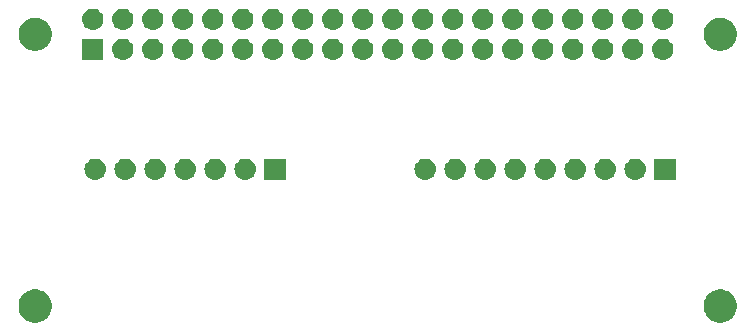
<source format=gts>
G04 #@! TF.GenerationSoftware,KiCad,Pcbnew,(5.1.2-1)-1*
G04 #@! TF.CreationDate,2019-10-23T09:51:25+02:00*
G04 #@! TF.ProjectId,rpiz_pi_platter,7270697a-5f70-4695-9f70-6c6174746572,1.0*
G04 #@! TF.SameCoordinates,Original*
G04 #@! TF.FileFunction,Soldermask,Top*
G04 #@! TF.FilePolarity,Negative*
%FSLAX46Y46*%
G04 Gerber Fmt 4.6, Leading zero omitted, Abs format (unit mm)*
G04 Created by KiCad (PCBNEW (5.1.2-1)-1) date 2019-10-23 09:51:25*
%MOMM*%
%LPD*%
G04 APERTURE LIST*
%ADD10C,0.100000*%
G04 APERTURE END LIST*
D10*
G36*
X179350433Y-116202893D02*
G01*
X179440657Y-116220839D01*
X179546267Y-116264585D01*
X179695621Y-116326449D01*
X179695622Y-116326450D01*
X179925086Y-116479772D01*
X180120228Y-116674914D01*
X180222675Y-116828237D01*
X180273551Y-116904379D01*
X180379161Y-117159344D01*
X180433000Y-117430012D01*
X180433000Y-117705988D01*
X180379161Y-117976656D01*
X180273551Y-118231621D01*
X180273550Y-118231622D01*
X180120228Y-118461086D01*
X179925086Y-118656228D01*
X179771763Y-118758675D01*
X179695621Y-118809551D01*
X179546267Y-118871415D01*
X179440657Y-118915161D01*
X179350433Y-118933107D01*
X179169988Y-118969000D01*
X178894012Y-118969000D01*
X178713567Y-118933107D01*
X178623343Y-118915161D01*
X178517733Y-118871415D01*
X178368379Y-118809551D01*
X178292237Y-118758675D01*
X178138914Y-118656228D01*
X177943772Y-118461086D01*
X177790450Y-118231622D01*
X177790449Y-118231621D01*
X177684839Y-117976656D01*
X177631000Y-117705988D01*
X177631000Y-117430012D01*
X177684839Y-117159344D01*
X177790449Y-116904379D01*
X177841325Y-116828237D01*
X177943772Y-116674914D01*
X178138914Y-116479772D01*
X178368378Y-116326450D01*
X178368379Y-116326449D01*
X178517733Y-116264585D01*
X178623343Y-116220839D01*
X178713567Y-116202893D01*
X178894012Y-116167000D01*
X179169988Y-116167000D01*
X179350433Y-116202893D01*
X179350433Y-116202893D01*
G37*
G36*
X121350433Y-116202893D02*
G01*
X121440657Y-116220839D01*
X121546267Y-116264585D01*
X121695621Y-116326449D01*
X121695622Y-116326450D01*
X121925086Y-116479772D01*
X122120228Y-116674914D01*
X122222675Y-116828237D01*
X122273551Y-116904379D01*
X122379161Y-117159344D01*
X122433000Y-117430012D01*
X122433000Y-117705988D01*
X122379161Y-117976656D01*
X122273551Y-118231621D01*
X122273550Y-118231622D01*
X122120228Y-118461086D01*
X121925086Y-118656228D01*
X121771763Y-118758675D01*
X121695621Y-118809551D01*
X121546267Y-118871415D01*
X121440657Y-118915161D01*
X121350433Y-118933107D01*
X121169988Y-118969000D01*
X120894012Y-118969000D01*
X120713567Y-118933107D01*
X120623343Y-118915161D01*
X120517733Y-118871415D01*
X120368379Y-118809551D01*
X120292237Y-118758675D01*
X120138914Y-118656228D01*
X119943772Y-118461086D01*
X119790450Y-118231622D01*
X119790449Y-118231621D01*
X119684839Y-117976656D01*
X119631000Y-117705988D01*
X119631000Y-117430012D01*
X119684839Y-117159344D01*
X119790449Y-116904379D01*
X119841325Y-116828237D01*
X119943772Y-116674914D01*
X120138914Y-116479772D01*
X120368378Y-116326450D01*
X120368379Y-116326449D01*
X120517733Y-116264585D01*
X120623343Y-116220839D01*
X120713567Y-116202893D01*
X120894012Y-116167000D01*
X121169988Y-116167000D01*
X121350433Y-116202893D01*
X121350433Y-116202893D01*
G37*
G36*
X169402443Y-105103519D02*
G01*
X169468627Y-105110037D01*
X169638466Y-105161557D01*
X169794991Y-105245222D01*
X169830729Y-105274552D01*
X169932186Y-105357814D01*
X170015448Y-105459271D01*
X170044778Y-105495009D01*
X170128443Y-105651534D01*
X170179963Y-105821373D01*
X170197359Y-105998000D01*
X170179963Y-106174627D01*
X170128443Y-106344466D01*
X170044778Y-106500991D01*
X170015448Y-106536729D01*
X169932186Y-106638186D01*
X169830729Y-106721448D01*
X169794991Y-106750778D01*
X169638466Y-106834443D01*
X169468627Y-106885963D01*
X169402442Y-106892482D01*
X169336260Y-106899000D01*
X169247740Y-106899000D01*
X169181558Y-106892482D01*
X169115373Y-106885963D01*
X168945534Y-106834443D01*
X168789009Y-106750778D01*
X168753271Y-106721448D01*
X168651814Y-106638186D01*
X168568552Y-106536729D01*
X168539222Y-106500991D01*
X168455557Y-106344466D01*
X168404037Y-106174627D01*
X168386641Y-105998000D01*
X168404037Y-105821373D01*
X168455557Y-105651534D01*
X168539222Y-105495009D01*
X168568552Y-105459271D01*
X168651814Y-105357814D01*
X168753271Y-105274552D01*
X168789009Y-105245222D01*
X168945534Y-105161557D01*
X169115373Y-105110037D01*
X169181558Y-105103518D01*
X169247740Y-105097000D01*
X169336260Y-105097000D01*
X169402443Y-105103519D01*
X169402443Y-105103519D01*
G37*
G36*
X166862443Y-105103519D02*
G01*
X166928627Y-105110037D01*
X167098466Y-105161557D01*
X167254991Y-105245222D01*
X167290729Y-105274552D01*
X167392186Y-105357814D01*
X167475448Y-105459271D01*
X167504778Y-105495009D01*
X167588443Y-105651534D01*
X167639963Y-105821373D01*
X167657359Y-105998000D01*
X167639963Y-106174627D01*
X167588443Y-106344466D01*
X167504778Y-106500991D01*
X167475448Y-106536729D01*
X167392186Y-106638186D01*
X167290729Y-106721448D01*
X167254991Y-106750778D01*
X167098466Y-106834443D01*
X166928627Y-106885963D01*
X166862442Y-106892482D01*
X166796260Y-106899000D01*
X166707740Y-106899000D01*
X166641558Y-106892482D01*
X166575373Y-106885963D01*
X166405534Y-106834443D01*
X166249009Y-106750778D01*
X166213271Y-106721448D01*
X166111814Y-106638186D01*
X166028552Y-106536729D01*
X165999222Y-106500991D01*
X165915557Y-106344466D01*
X165864037Y-106174627D01*
X165846641Y-105998000D01*
X165864037Y-105821373D01*
X165915557Y-105651534D01*
X165999222Y-105495009D01*
X166028552Y-105459271D01*
X166111814Y-105357814D01*
X166213271Y-105274552D01*
X166249009Y-105245222D01*
X166405534Y-105161557D01*
X166575373Y-105110037D01*
X166641558Y-105103518D01*
X166707740Y-105097000D01*
X166796260Y-105097000D01*
X166862443Y-105103519D01*
X166862443Y-105103519D01*
G37*
G36*
X164322443Y-105103519D02*
G01*
X164388627Y-105110037D01*
X164558466Y-105161557D01*
X164714991Y-105245222D01*
X164750729Y-105274552D01*
X164852186Y-105357814D01*
X164935448Y-105459271D01*
X164964778Y-105495009D01*
X165048443Y-105651534D01*
X165099963Y-105821373D01*
X165117359Y-105998000D01*
X165099963Y-106174627D01*
X165048443Y-106344466D01*
X164964778Y-106500991D01*
X164935448Y-106536729D01*
X164852186Y-106638186D01*
X164750729Y-106721448D01*
X164714991Y-106750778D01*
X164558466Y-106834443D01*
X164388627Y-106885963D01*
X164322442Y-106892482D01*
X164256260Y-106899000D01*
X164167740Y-106899000D01*
X164101558Y-106892482D01*
X164035373Y-106885963D01*
X163865534Y-106834443D01*
X163709009Y-106750778D01*
X163673271Y-106721448D01*
X163571814Y-106638186D01*
X163488552Y-106536729D01*
X163459222Y-106500991D01*
X163375557Y-106344466D01*
X163324037Y-106174627D01*
X163306641Y-105998000D01*
X163324037Y-105821373D01*
X163375557Y-105651534D01*
X163459222Y-105495009D01*
X163488552Y-105459271D01*
X163571814Y-105357814D01*
X163673271Y-105274552D01*
X163709009Y-105245222D01*
X163865534Y-105161557D01*
X164035373Y-105110037D01*
X164101558Y-105103518D01*
X164167740Y-105097000D01*
X164256260Y-105097000D01*
X164322443Y-105103519D01*
X164322443Y-105103519D01*
G37*
G36*
X161782443Y-105103519D02*
G01*
X161848627Y-105110037D01*
X162018466Y-105161557D01*
X162174991Y-105245222D01*
X162210729Y-105274552D01*
X162312186Y-105357814D01*
X162395448Y-105459271D01*
X162424778Y-105495009D01*
X162508443Y-105651534D01*
X162559963Y-105821373D01*
X162577359Y-105998000D01*
X162559963Y-106174627D01*
X162508443Y-106344466D01*
X162424778Y-106500991D01*
X162395448Y-106536729D01*
X162312186Y-106638186D01*
X162210729Y-106721448D01*
X162174991Y-106750778D01*
X162018466Y-106834443D01*
X161848627Y-106885963D01*
X161782442Y-106892482D01*
X161716260Y-106899000D01*
X161627740Y-106899000D01*
X161561558Y-106892482D01*
X161495373Y-106885963D01*
X161325534Y-106834443D01*
X161169009Y-106750778D01*
X161133271Y-106721448D01*
X161031814Y-106638186D01*
X160948552Y-106536729D01*
X160919222Y-106500991D01*
X160835557Y-106344466D01*
X160784037Y-106174627D01*
X160766641Y-105998000D01*
X160784037Y-105821373D01*
X160835557Y-105651534D01*
X160919222Y-105495009D01*
X160948552Y-105459271D01*
X161031814Y-105357814D01*
X161133271Y-105274552D01*
X161169009Y-105245222D01*
X161325534Y-105161557D01*
X161495373Y-105110037D01*
X161561558Y-105103518D01*
X161627740Y-105097000D01*
X161716260Y-105097000D01*
X161782443Y-105103519D01*
X161782443Y-105103519D01*
G37*
G36*
X159242443Y-105103519D02*
G01*
X159308627Y-105110037D01*
X159478466Y-105161557D01*
X159634991Y-105245222D01*
X159670729Y-105274552D01*
X159772186Y-105357814D01*
X159855448Y-105459271D01*
X159884778Y-105495009D01*
X159968443Y-105651534D01*
X160019963Y-105821373D01*
X160037359Y-105998000D01*
X160019963Y-106174627D01*
X159968443Y-106344466D01*
X159884778Y-106500991D01*
X159855448Y-106536729D01*
X159772186Y-106638186D01*
X159670729Y-106721448D01*
X159634991Y-106750778D01*
X159478466Y-106834443D01*
X159308627Y-106885963D01*
X159242442Y-106892482D01*
X159176260Y-106899000D01*
X159087740Y-106899000D01*
X159021558Y-106892482D01*
X158955373Y-106885963D01*
X158785534Y-106834443D01*
X158629009Y-106750778D01*
X158593271Y-106721448D01*
X158491814Y-106638186D01*
X158408552Y-106536729D01*
X158379222Y-106500991D01*
X158295557Y-106344466D01*
X158244037Y-106174627D01*
X158226641Y-105998000D01*
X158244037Y-105821373D01*
X158295557Y-105651534D01*
X158379222Y-105495009D01*
X158408552Y-105459271D01*
X158491814Y-105357814D01*
X158593271Y-105274552D01*
X158629009Y-105245222D01*
X158785534Y-105161557D01*
X158955373Y-105110037D01*
X159021558Y-105103518D01*
X159087740Y-105097000D01*
X159176260Y-105097000D01*
X159242443Y-105103519D01*
X159242443Y-105103519D01*
G37*
G36*
X156702443Y-105103519D02*
G01*
X156768627Y-105110037D01*
X156938466Y-105161557D01*
X157094991Y-105245222D01*
X157130729Y-105274552D01*
X157232186Y-105357814D01*
X157315448Y-105459271D01*
X157344778Y-105495009D01*
X157428443Y-105651534D01*
X157479963Y-105821373D01*
X157497359Y-105998000D01*
X157479963Y-106174627D01*
X157428443Y-106344466D01*
X157344778Y-106500991D01*
X157315448Y-106536729D01*
X157232186Y-106638186D01*
X157130729Y-106721448D01*
X157094991Y-106750778D01*
X156938466Y-106834443D01*
X156768627Y-106885963D01*
X156702442Y-106892482D01*
X156636260Y-106899000D01*
X156547740Y-106899000D01*
X156481558Y-106892482D01*
X156415373Y-106885963D01*
X156245534Y-106834443D01*
X156089009Y-106750778D01*
X156053271Y-106721448D01*
X155951814Y-106638186D01*
X155868552Y-106536729D01*
X155839222Y-106500991D01*
X155755557Y-106344466D01*
X155704037Y-106174627D01*
X155686641Y-105998000D01*
X155704037Y-105821373D01*
X155755557Y-105651534D01*
X155839222Y-105495009D01*
X155868552Y-105459271D01*
X155951814Y-105357814D01*
X156053271Y-105274552D01*
X156089009Y-105245222D01*
X156245534Y-105161557D01*
X156415373Y-105110037D01*
X156481558Y-105103518D01*
X156547740Y-105097000D01*
X156636260Y-105097000D01*
X156702443Y-105103519D01*
X156702443Y-105103519D01*
G37*
G36*
X154162443Y-105103519D02*
G01*
X154228627Y-105110037D01*
X154398466Y-105161557D01*
X154554991Y-105245222D01*
X154590729Y-105274552D01*
X154692186Y-105357814D01*
X154775448Y-105459271D01*
X154804778Y-105495009D01*
X154888443Y-105651534D01*
X154939963Y-105821373D01*
X154957359Y-105998000D01*
X154939963Y-106174627D01*
X154888443Y-106344466D01*
X154804778Y-106500991D01*
X154775448Y-106536729D01*
X154692186Y-106638186D01*
X154590729Y-106721448D01*
X154554991Y-106750778D01*
X154398466Y-106834443D01*
X154228627Y-106885963D01*
X154162442Y-106892482D01*
X154096260Y-106899000D01*
X154007740Y-106899000D01*
X153941558Y-106892482D01*
X153875373Y-106885963D01*
X153705534Y-106834443D01*
X153549009Y-106750778D01*
X153513271Y-106721448D01*
X153411814Y-106638186D01*
X153328552Y-106536729D01*
X153299222Y-106500991D01*
X153215557Y-106344466D01*
X153164037Y-106174627D01*
X153146641Y-105998000D01*
X153164037Y-105821373D01*
X153215557Y-105651534D01*
X153299222Y-105495009D01*
X153328552Y-105459271D01*
X153411814Y-105357814D01*
X153513271Y-105274552D01*
X153549009Y-105245222D01*
X153705534Y-105161557D01*
X153875373Y-105110037D01*
X153941558Y-105103518D01*
X154007740Y-105097000D01*
X154096260Y-105097000D01*
X154162443Y-105103519D01*
X154162443Y-105103519D01*
G37*
G36*
X142253000Y-106899000D02*
G01*
X140451000Y-106899000D01*
X140451000Y-105097000D01*
X142253000Y-105097000D01*
X142253000Y-106899000D01*
X142253000Y-106899000D01*
G37*
G36*
X138922443Y-105103519D02*
G01*
X138988627Y-105110037D01*
X139158466Y-105161557D01*
X139314991Y-105245222D01*
X139350729Y-105274552D01*
X139452186Y-105357814D01*
X139535448Y-105459271D01*
X139564778Y-105495009D01*
X139648443Y-105651534D01*
X139699963Y-105821373D01*
X139717359Y-105998000D01*
X139699963Y-106174627D01*
X139648443Y-106344466D01*
X139564778Y-106500991D01*
X139535448Y-106536729D01*
X139452186Y-106638186D01*
X139350729Y-106721448D01*
X139314991Y-106750778D01*
X139158466Y-106834443D01*
X138988627Y-106885963D01*
X138922442Y-106892482D01*
X138856260Y-106899000D01*
X138767740Y-106899000D01*
X138701558Y-106892482D01*
X138635373Y-106885963D01*
X138465534Y-106834443D01*
X138309009Y-106750778D01*
X138273271Y-106721448D01*
X138171814Y-106638186D01*
X138088552Y-106536729D01*
X138059222Y-106500991D01*
X137975557Y-106344466D01*
X137924037Y-106174627D01*
X137906641Y-105998000D01*
X137924037Y-105821373D01*
X137975557Y-105651534D01*
X138059222Y-105495009D01*
X138088552Y-105459271D01*
X138171814Y-105357814D01*
X138273271Y-105274552D01*
X138309009Y-105245222D01*
X138465534Y-105161557D01*
X138635373Y-105110037D01*
X138701558Y-105103518D01*
X138767740Y-105097000D01*
X138856260Y-105097000D01*
X138922443Y-105103519D01*
X138922443Y-105103519D01*
G37*
G36*
X136382443Y-105103519D02*
G01*
X136448627Y-105110037D01*
X136618466Y-105161557D01*
X136774991Y-105245222D01*
X136810729Y-105274552D01*
X136912186Y-105357814D01*
X136995448Y-105459271D01*
X137024778Y-105495009D01*
X137108443Y-105651534D01*
X137159963Y-105821373D01*
X137177359Y-105998000D01*
X137159963Y-106174627D01*
X137108443Y-106344466D01*
X137024778Y-106500991D01*
X136995448Y-106536729D01*
X136912186Y-106638186D01*
X136810729Y-106721448D01*
X136774991Y-106750778D01*
X136618466Y-106834443D01*
X136448627Y-106885963D01*
X136382442Y-106892482D01*
X136316260Y-106899000D01*
X136227740Y-106899000D01*
X136161558Y-106892482D01*
X136095373Y-106885963D01*
X135925534Y-106834443D01*
X135769009Y-106750778D01*
X135733271Y-106721448D01*
X135631814Y-106638186D01*
X135548552Y-106536729D01*
X135519222Y-106500991D01*
X135435557Y-106344466D01*
X135384037Y-106174627D01*
X135366641Y-105998000D01*
X135384037Y-105821373D01*
X135435557Y-105651534D01*
X135519222Y-105495009D01*
X135548552Y-105459271D01*
X135631814Y-105357814D01*
X135733271Y-105274552D01*
X135769009Y-105245222D01*
X135925534Y-105161557D01*
X136095373Y-105110037D01*
X136161558Y-105103518D01*
X136227740Y-105097000D01*
X136316260Y-105097000D01*
X136382443Y-105103519D01*
X136382443Y-105103519D01*
G37*
G36*
X133842443Y-105103519D02*
G01*
X133908627Y-105110037D01*
X134078466Y-105161557D01*
X134234991Y-105245222D01*
X134270729Y-105274552D01*
X134372186Y-105357814D01*
X134455448Y-105459271D01*
X134484778Y-105495009D01*
X134568443Y-105651534D01*
X134619963Y-105821373D01*
X134637359Y-105998000D01*
X134619963Y-106174627D01*
X134568443Y-106344466D01*
X134484778Y-106500991D01*
X134455448Y-106536729D01*
X134372186Y-106638186D01*
X134270729Y-106721448D01*
X134234991Y-106750778D01*
X134078466Y-106834443D01*
X133908627Y-106885963D01*
X133842442Y-106892482D01*
X133776260Y-106899000D01*
X133687740Y-106899000D01*
X133621558Y-106892482D01*
X133555373Y-106885963D01*
X133385534Y-106834443D01*
X133229009Y-106750778D01*
X133193271Y-106721448D01*
X133091814Y-106638186D01*
X133008552Y-106536729D01*
X132979222Y-106500991D01*
X132895557Y-106344466D01*
X132844037Y-106174627D01*
X132826641Y-105998000D01*
X132844037Y-105821373D01*
X132895557Y-105651534D01*
X132979222Y-105495009D01*
X133008552Y-105459271D01*
X133091814Y-105357814D01*
X133193271Y-105274552D01*
X133229009Y-105245222D01*
X133385534Y-105161557D01*
X133555373Y-105110037D01*
X133621558Y-105103518D01*
X133687740Y-105097000D01*
X133776260Y-105097000D01*
X133842443Y-105103519D01*
X133842443Y-105103519D01*
G37*
G36*
X131302443Y-105103519D02*
G01*
X131368627Y-105110037D01*
X131538466Y-105161557D01*
X131694991Y-105245222D01*
X131730729Y-105274552D01*
X131832186Y-105357814D01*
X131915448Y-105459271D01*
X131944778Y-105495009D01*
X132028443Y-105651534D01*
X132079963Y-105821373D01*
X132097359Y-105998000D01*
X132079963Y-106174627D01*
X132028443Y-106344466D01*
X131944778Y-106500991D01*
X131915448Y-106536729D01*
X131832186Y-106638186D01*
X131730729Y-106721448D01*
X131694991Y-106750778D01*
X131538466Y-106834443D01*
X131368627Y-106885963D01*
X131302442Y-106892482D01*
X131236260Y-106899000D01*
X131147740Y-106899000D01*
X131081558Y-106892482D01*
X131015373Y-106885963D01*
X130845534Y-106834443D01*
X130689009Y-106750778D01*
X130653271Y-106721448D01*
X130551814Y-106638186D01*
X130468552Y-106536729D01*
X130439222Y-106500991D01*
X130355557Y-106344466D01*
X130304037Y-106174627D01*
X130286641Y-105998000D01*
X130304037Y-105821373D01*
X130355557Y-105651534D01*
X130439222Y-105495009D01*
X130468552Y-105459271D01*
X130551814Y-105357814D01*
X130653271Y-105274552D01*
X130689009Y-105245222D01*
X130845534Y-105161557D01*
X131015373Y-105110037D01*
X131081558Y-105103518D01*
X131147740Y-105097000D01*
X131236260Y-105097000D01*
X131302443Y-105103519D01*
X131302443Y-105103519D01*
G37*
G36*
X128762443Y-105103519D02*
G01*
X128828627Y-105110037D01*
X128998466Y-105161557D01*
X129154991Y-105245222D01*
X129190729Y-105274552D01*
X129292186Y-105357814D01*
X129375448Y-105459271D01*
X129404778Y-105495009D01*
X129488443Y-105651534D01*
X129539963Y-105821373D01*
X129557359Y-105998000D01*
X129539963Y-106174627D01*
X129488443Y-106344466D01*
X129404778Y-106500991D01*
X129375448Y-106536729D01*
X129292186Y-106638186D01*
X129190729Y-106721448D01*
X129154991Y-106750778D01*
X128998466Y-106834443D01*
X128828627Y-106885963D01*
X128762442Y-106892482D01*
X128696260Y-106899000D01*
X128607740Y-106899000D01*
X128541558Y-106892482D01*
X128475373Y-106885963D01*
X128305534Y-106834443D01*
X128149009Y-106750778D01*
X128113271Y-106721448D01*
X128011814Y-106638186D01*
X127928552Y-106536729D01*
X127899222Y-106500991D01*
X127815557Y-106344466D01*
X127764037Y-106174627D01*
X127746641Y-105998000D01*
X127764037Y-105821373D01*
X127815557Y-105651534D01*
X127899222Y-105495009D01*
X127928552Y-105459271D01*
X128011814Y-105357814D01*
X128113271Y-105274552D01*
X128149009Y-105245222D01*
X128305534Y-105161557D01*
X128475373Y-105110037D01*
X128541558Y-105103518D01*
X128607740Y-105097000D01*
X128696260Y-105097000D01*
X128762443Y-105103519D01*
X128762443Y-105103519D01*
G37*
G36*
X126222443Y-105103519D02*
G01*
X126288627Y-105110037D01*
X126458466Y-105161557D01*
X126614991Y-105245222D01*
X126650729Y-105274552D01*
X126752186Y-105357814D01*
X126835448Y-105459271D01*
X126864778Y-105495009D01*
X126948443Y-105651534D01*
X126999963Y-105821373D01*
X127017359Y-105998000D01*
X126999963Y-106174627D01*
X126948443Y-106344466D01*
X126864778Y-106500991D01*
X126835448Y-106536729D01*
X126752186Y-106638186D01*
X126650729Y-106721448D01*
X126614991Y-106750778D01*
X126458466Y-106834443D01*
X126288627Y-106885963D01*
X126222442Y-106892482D01*
X126156260Y-106899000D01*
X126067740Y-106899000D01*
X126001558Y-106892482D01*
X125935373Y-106885963D01*
X125765534Y-106834443D01*
X125609009Y-106750778D01*
X125573271Y-106721448D01*
X125471814Y-106638186D01*
X125388552Y-106536729D01*
X125359222Y-106500991D01*
X125275557Y-106344466D01*
X125224037Y-106174627D01*
X125206641Y-105998000D01*
X125224037Y-105821373D01*
X125275557Y-105651534D01*
X125359222Y-105495009D01*
X125388552Y-105459271D01*
X125471814Y-105357814D01*
X125573271Y-105274552D01*
X125609009Y-105245222D01*
X125765534Y-105161557D01*
X125935373Y-105110037D01*
X126001558Y-105103518D01*
X126067740Y-105097000D01*
X126156260Y-105097000D01*
X126222443Y-105103519D01*
X126222443Y-105103519D01*
G37*
G36*
X175273000Y-106899000D02*
G01*
X173471000Y-106899000D01*
X173471000Y-105097000D01*
X175273000Y-105097000D01*
X175273000Y-106899000D01*
X175273000Y-106899000D01*
G37*
G36*
X171942443Y-105103519D02*
G01*
X172008627Y-105110037D01*
X172178466Y-105161557D01*
X172334991Y-105245222D01*
X172370729Y-105274552D01*
X172472186Y-105357814D01*
X172555448Y-105459271D01*
X172584778Y-105495009D01*
X172668443Y-105651534D01*
X172719963Y-105821373D01*
X172737359Y-105998000D01*
X172719963Y-106174627D01*
X172668443Y-106344466D01*
X172584778Y-106500991D01*
X172555448Y-106536729D01*
X172472186Y-106638186D01*
X172370729Y-106721448D01*
X172334991Y-106750778D01*
X172178466Y-106834443D01*
X172008627Y-106885963D01*
X171942442Y-106892482D01*
X171876260Y-106899000D01*
X171787740Y-106899000D01*
X171721558Y-106892482D01*
X171655373Y-106885963D01*
X171485534Y-106834443D01*
X171329009Y-106750778D01*
X171293271Y-106721448D01*
X171191814Y-106638186D01*
X171108552Y-106536729D01*
X171079222Y-106500991D01*
X170995557Y-106344466D01*
X170944037Y-106174627D01*
X170926641Y-105998000D01*
X170944037Y-105821373D01*
X170995557Y-105651534D01*
X171079222Y-105495009D01*
X171108552Y-105459271D01*
X171191814Y-105357814D01*
X171293271Y-105274552D01*
X171329009Y-105245222D01*
X171485534Y-105161557D01*
X171655373Y-105110037D01*
X171721558Y-105103518D01*
X171787740Y-105097000D01*
X171876260Y-105097000D01*
X171942443Y-105103519D01*
X171942443Y-105103519D01*
G37*
G36*
X128552443Y-94943519D02*
G01*
X128618627Y-94950037D01*
X128788466Y-95001557D01*
X128944991Y-95085222D01*
X128980729Y-95114552D01*
X129082186Y-95197814D01*
X129165448Y-95299271D01*
X129194778Y-95335009D01*
X129278443Y-95491534D01*
X129329963Y-95661373D01*
X129347359Y-95838000D01*
X129329963Y-96014627D01*
X129278443Y-96184466D01*
X129194778Y-96340991D01*
X129165448Y-96376729D01*
X129082186Y-96478186D01*
X128980729Y-96561448D01*
X128944991Y-96590778D01*
X128788466Y-96674443D01*
X128618627Y-96725963D01*
X128552442Y-96732482D01*
X128486260Y-96739000D01*
X128397740Y-96739000D01*
X128331558Y-96732482D01*
X128265373Y-96725963D01*
X128095534Y-96674443D01*
X127939009Y-96590778D01*
X127903271Y-96561448D01*
X127801814Y-96478186D01*
X127718552Y-96376729D01*
X127689222Y-96340991D01*
X127605557Y-96184466D01*
X127554037Y-96014627D01*
X127536641Y-95838000D01*
X127554037Y-95661373D01*
X127605557Y-95491534D01*
X127689222Y-95335009D01*
X127718552Y-95299271D01*
X127801814Y-95197814D01*
X127903271Y-95114552D01*
X127939009Y-95085222D01*
X128095534Y-95001557D01*
X128265373Y-94950037D01*
X128331557Y-94943519D01*
X128397740Y-94937000D01*
X128486260Y-94937000D01*
X128552443Y-94943519D01*
X128552443Y-94943519D01*
G37*
G36*
X126803000Y-96739000D02*
G01*
X125001000Y-96739000D01*
X125001000Y-94937000D01*
X126803000Y-94937000D01*
X126803000Y-96739000D01*
X126803000Y-96739000D01*
G37*
G36*
X174272443Y-94943519D02*
G01*
X174338627Y-94950037D01*
X174508466Y-95001557D01*
X174664991Y-95085222D01*
X174700729Y-95114552D01*
X174802186Y-95197814D01*
X174885448Y-95299271D01*
X174914778Y-95335009D01*
X174998443Y-95491534D01*
X175049963Y-95661373D01*
X175067359Y-95838000D01*
X175049963Y-96014627D01*
X174998443Y-96184466D01*
X174914778Y-96340991D01*
X174885448Y-96376729D01*
X174802186Y-96478186D01*
X174700729Y-96561448D01*
X174664991Y-96590778D01*
X174508466Y-96674443D01*
X174338627Y-96725963D01*
X174272442Y-96732482D01*
X174206260Y-96739000D01*
X174117740Y-96739000D01*
X174051558Y-96732482D01*
X173985373Y-96725963D01*
X173815534Y-96674443D01*
X173659009Y-96590778D01*
X173623271Y-96561448D01*
X173521814Y-96478186D01*
X173438552Y-96376729D01*
X173409222Y-96340991D01*
X173325557Y-96184466D01*
X173274037Y-96014627D01*
X173256641Y-95838000D01*
X173274037Y-95661373D01*
X173325557Y-95491534D01*
X173409222Y-95335009D01*
X173438552Y-95299271D01*
X173521814Y-95197814D01*
X173623271Y-95114552D01*
X173659009Y-95085222D01*
X173815534Y-95001557D01*
X173985373Y-94950037D01*
X174051557Y-94943519D01*
X174117740Y-94937000D01*
X174206260Y-94937000D01*
X174272443Y-94943519D01*
X174272443Y-94943519D01*
G37*
G36*
X171732443Y-94943519D02*
G01*
X171798627Y-94950037D01*
X171968466Y-95001557D01*
X172124991Y-95085222D01*
X172160729Y-95114552D01*
X172262186Y-95197814D01*
X172345448Y-95299271D01*
X172374778Y-95335009D01*
X172458443Y-95491534D01*
X172509963Y-95661373D01*
X172527359Y-95838000D01*
X172509963Y-96014627D01*
X172458443Y-96184466D01*
X172374778Y-96340991D01*
X172345448Y-96376729D01*
X172262186Y-96478186D01*
X172160729Y-96561448D01*
X172124991Y-96590778D01*
X171968466Y-96674443D01*
X171798627Y-96725963D01*
X171732442Y-96732482D01*
X171666260Y-96739000D01*
X171577740Y-96739000D01*
X171511558Y-96732482D01*
X171445373Y-96725963D01*
X171275534Y-96674443D01*
X171119009Y-96590778D01*
X171083271Y-96561448D01*
X170981814Y-96478186D01*
X170898552Y-96376729D01*
X170869222Y-96340991D01*
X170785557Y-96184466D01*
X170734037Y-96014627D01*
X170716641Y-95838000D01*
X170734037Y-95661373D01*
X170785557Y-95491534D01*
X170869222Y-95335009D01*
X170898552Y-95299271D01*
X170981814Y-95197814D01*
X171083271Y-95114552D01*
X171119009Y-95085222D01*
X171275534Y-95001557D01*
X171445373Y-94950037D01*
X171511557Y-94943519D01*
X171577740Y-94937000D01*
X171666260Y-94937000D01*
X171732443Y-94943519D01*
X171732443Y-94943519D01*
G37*
G36*
X169192443Y-94943519D02*
G01*
X169258627Y-94950037D01*
X169428466Y-95001557D01*
X169584991Y-95085222D01*
X169620729Y-95114552D01*
X169722186Y-95197814D01*
X169805448Y-95299271D01*
X169834778Y-95335009D01*
X169918443Y-95491534D01*
X169969963Y-95661373D01*
X169987359Y-95838000D01*
X169969963Y-96014627D01*
X169918443Y-96184466D01*
X169834778Y-96340991D01*
X169805448Y-96376729D01*
X169722186Y-96478186D01*
X169620729Y-96561448D01*
X169584991Y-96590778D01*
X169428466Y-96674443D01*
X169258627Y-96725963D01*
X169192442Y-96732482D01*
X169126260Y-96739000D01*
X169037740Y-96739000D01*
X168971558Y-96732482D01*
X168905373Y-96725963D01*
X168735534Y-96674443D01*
X168579009Y-96590778D01*
X168543271Y-96561448D01*
X168441814Y-96478186D01*
X168358552Y-96376729D01*
X168329222Y-96340991D01*
X168245557Y-96184466D01*
X168194037Y-96014627D01*
X168176641Y-95838000D01*
X168194037Y-95661373D01*
X168245557Y-95491534D01*
X168329222Y-95335009D01*
X168358552Y-95299271D01*
X168441814Y-95197814D01*
X168543271Y-95114552D01*
X168579009Y-95085222D01*
X168735534Y-95001557D01*
X168905373Y-94950037D01*
X168971557Y-94943519D01*
X169037740Y-94937000D01*
X169126260Y-94937000D01*
X169192443Y-94943519D01*
X169192443Y-94943519D01*
G37*
G36*
X166652443Y-94943519D02*
G01*
X166718627Y-94950037D01*
X166888466Y-95001557D01*
X167044991Y-95085222D01*
X167080729Y-95114552D01*
X167182186Y-95197814D01*
X167265448Y-95299271D01*
X167294778Y-95335009D01*
X167378443Y-95491534D01*
X167429963Y-95661373D01*
X167447359Y-95838000D01*
X167429963Y-96014627D01*
X167378443Y-96184466D01*
X167294778Y-96340991D01*
X167265448Y-96376729D01*
X167182186Y-96478186D01*
X167080729Y-96561448D01*
X167044991Y-96590778D01*
X166888466Y-96674443D01*
X166718627Y-96725963D01*
X166652442Y-96732482D01*
X166586260Y-96739000D01*
X166497740Y-96739000D01*
X166431558Y-96732482D01*
X166365373Y-96725963D01*
X166195534Y-96674443D01*
X166039009Y-96590778D01*
X166003271Y-96561448D01*
X165901814Y-96478186D01*
X165818552Y-96376729D01*
X165789222Y-96340991D01*
X165705557Y-96184466D01*
X165654037Y-96014627D01*
X165636641Y-95838000D01*
X165654037Y-95661373D01*
X165705557Y-95491534D01*
X165789222Y-95335009D01*
X165818552Y-95299271D01*
X165901814Y-95197814D01*
X166003271Y-95114552D01*
X166039009Y-95085222D01*
X166195534Y-95001557D01*
X166365373Y-94950037D01*
X166431557Y-94943519D01*
X166497740Y-94937000D01*
X166586260Y-94937000D01*
X166652443Y-94943519D01*
X166652443Y-94943519D01*
G37*
G36*
X164112443Y-94943519D02*
G01*
X164178627Y-94950037D01*
X164348466Y-95001557D01*
X164504991Y-95085222D01*
X164540729Y-95114552D01*
X164642186Y-95197814D01*
X164725448Y-95299271D01*
X164754778Y-95335009D01*
X164838443Y-95491534D01*
X164889963Y-95661373D01*
X164907359Y-95838000D01*
X164889963Y-96014627D01*
X164838443Y-96184466D01*
X164754778Y-96340991D01*
X164725448Y-96376729D01*
X164642186Y-96478186D01*
X164540729Y-96561448D01*
X164504991Y-96590778D01*
X164348466Y-96674443D01*
X164178627Y-96725963D01*
X164112442Y-96732482D01*
X164046260Y-96739000D01*
X163957740Y-96739000D01*
X163891558Y-96732482D01*
X163825373Y-96725963D01*
X163655534Y-96674443D01*
X163499009Y-96590778D01*
X163463271Y-96561448D01*
X163361814Y-96478186D01*
X163278552Y-96376729D01*
X163249222Y-96340991D01*
X163165557Y-96184466D01*
X163114037Y-96014627D01*
X163096641Y-95838000D01*
X163114037Y-95661373D01*
X163165557Y-95491534D01*
X163249222Y-95335009D01*
X163278552Y-95299271D01*
X163361814Y-95197814D01*
X163463271Y-95114552D01*
X163499009Y-95085222D01*
X163655534Y-95001557D01*
X163825373Y-94950037D01*
X163891557Y-94943519D01*
X163957740Y-94937000D01*
X164046260Y-94937000D01*
X164112443Y-94943519D01*
X164112443Y-94943519D01*
G37*
G36*
X161572443Y-94943519D02*
G01*
X161638627Y-94950037D01*
X161808466Y-95001557D01*
X161964991Y-95085222D01*
X162000729Y-95114552D01*
X162102186Y-95197814D01*
X162185448Y-95299271D01*
X162214778Y-95335009D01*
X162298443Y-95491534D01*
X162349963Y-95661373D01*
X162367359Y-95838000D01*
X162349963Y-96014627D01*
X162298443Y-96184466D01*
X162214778Y-96340991D01*
X162185448Y-96376729D01*
X162102186Y-96478186D01*
X162000729Y-96561448D01*
X161964991Y-96590778D01*
X161808466Y-96674443D01*
X161638627Y-96725963D01*
X161572442Y-96732482D01*
X161506260Y-96739000D01*
X161417740Y-96739000D01*
X161351558Y-96732482D01*
X161285373Y-96725963D01*
X161115534Y-96674443D01*
X160959009Y-96590778D01*
X160923271Y-96561448D01*
X160821814Y-96478186D01*
X160738552Y-96376729D01*
X160709222Y-96340991D01*
X160625557Y-96184466D01*
X160574037Y-96014627D01*
X160556641Y-95838000D01*
X160574037Y-95661373D01*
X160625557Y-95491534D01*
X160709222Y-95335009D01*
X160738552Y-95299271D01*
X160821814Y-95197814D01*
X160923271Y-95114552D01*
X160959009Y-95085222D01*
X161115534Y-95001557D01*
X161285373Y-94950037D01*
X161351557Y-94943519D01*
X161417740Y-94937000D01*
X161506260Y-94937000D01*
X161572443Y-94943519D01*
X161572443Y-94943519D01*
G37*
G36*
X159032443Y-94943519D02*
G01*
X159098627Y-94950037D01*
X159268466Y-95001557D01*
X159424991Y-95085222D01*
X159460729Y-95114552D01*
X159562186Y-95197814D01*
X159645448Y-95299271D01*
X159674778Y-95335009D01*
X159758443Y-95491534D01*
X159809963Y-95661373D01*
X159827359Y-95838000D01*
X159809963Y-96014627D01*
X159758443Y-96184466D01*
X159674778Y-96340991D01*
X159645448Y-96376729D01*
X159562186Y-96478186D01*
X159460729Y-96561448D01*
X159424991Y-96590778D01*
X159268466Y-96674443D01*
X159098627Y-96725963D01*
X159032442Y-96732482D01*
X158966260Y-96739000D01*
X158877740Y-96739000D01*
X158811558Y-96732482D01*
X158745373Y-96725963D01*
X158575534Y-96674443D01*
X158419009Y-96590778D01*
X158383271Y-96561448D01*
X158281814Y-96478186D01*
X158198552Y-96376729D01*
X158169222Y-96340991D01*
X158085557Y-96184466D01*
X158034037Y-96014627D01*
X158016641Y-95838000D01*
X158034037Y-95661373D01*
X158085557Y-95491534D01*
X158169222Y-95335009D01*
X158198552Y-95299271D01*
X158281814Y-95197814D01*
X158383271Y-95114552D01*
X158419009Y-95085222D01*
X158575534Y-95001557D01*
X158745373Y-94950037D01*
X158811557Y-94943519D01*
X158877740Y-94937000D01*
X158966260Y-94937000D01*
X159032443Y-94943519D01*
X159032443Y-94943519D01*
G37*
G36*
X156492443Y-94943519D02*
G01*
X156558627Y-94950037D01*
X156728466Y-95001557D01*
X156884991Y-95085222D01*
X156920729Y-95114552D01*
X157022186Y-95197814D01*
X157105448Y-95299271D01*
X157134778Y-95335009D01*
X157218443Y-95491534D01*
X157269963Y-95661373D01*
X157287359Y-95838000D01*
X157269963Y-96014627D01*
X157218443Y-96184466D01*
X157134778Y-96340991D01*
X157105448Y-96376729D01*
X157022186Y-96478186D01*
X156920729Y-96561448D01*
X156884991Y-96590778D01*
X156728466Y-96674443D01*
X156558627Y-96725963D01*
X156492442Y-96732482D01*
X156426260Y-96739000D01*
X156337740Y-96739000D01*
X156271558Y-96732482D01*
X156205373Y-96725963D01*
X156035534Y-96674443D01*
X155879009Y-96590778D01*
X155843271Y-96561448D01*
X155741814Y-96478186D01*
X155658552Y-96376729D01*
X155629222Y-96340991D01*
X155545557Y-96184466D01*
X155494037Y-96014627D01*
X155476641Y-95838000D01*
X155494037Y-95661373D01*
X155545557Y-95491534D01*
X155629222Y-95335009D01*
X155658552Y-95299271D01*
X155741814Y-95197814D01*
X155843271Y-95114552D01*
X155879009Y-95085222D01*
X156035534Y-95001557D01*
X156205373Y-94950037D01*
X156271557Y-94943519D01*
X156337740Y-94937000D01*
X156426260Y-94937000D01*
X156492443Y-94943519D01*
X156492443Y-94943519D01*
G37*
G36*
X153952443Y-94943519D02*
G01*
X154018627Y-94950037D01*
X154188466Y-95001557D01*
X154344991Y-95085222D01*
X154380729Y-95114552D01*
X154482186Y-95197814D01*
X154565448Y-95299271D01*
X154594778Y-95335009D01*
X154678443Y-95491534D01*
X154729963Y-95661373D01*
X154747359Y-95838000D01*
X154729963Y-96014627D01*
X154678443Y-96184466D01*
X154594778Y-96340991D01*
X154565448Y-96376729D01*
X154482186Y-96478186D01*
X154380729Y-96561448D01*
X154344991Y-96590778D01*
X154188466Y-96674443D01*
X154018627Y-96725963D01*
X153952442Y-96732482D01*
X153886260Y-96739000D01*
X153797740Y-96739000D01*
X153731558Y-96732482D01*
X153665373Y-96725963D01*
X153495534Y-96674443D01*
X153339009Y-96590778D01*
X153303271Y-96561448D01*
X153201814Y-96478186D01*
X153118552Y-96376729D01*
X153089222Y-96340991D01*
X153005557Y-96184466D01*
X152954037Y-96014627D01*
X152936641Y-95838000D01*
X152954037Y-95661373D01*
X153005557Y-95491534D01*
X153089222Y-95335009D01*
X153118552Y-95299271D01*
X153201814Y-95197814D01*
X153303271Y-95114552D01*
X153339009Y-95085222D01*
X153495534Y-95001557D01*
X153665373Y-94950037D01*
X153731557Y-94943519D01*
X153797740Y-94937000D01*
X153886260Y-94937000D01*
X153952443Y-94943519D01*
X153952443Y-94943519D01*
G37*
G36*
X151412443Y-94943519D02*
G01*
X151478627Y-94950037D01*
X151648466Y-95001557D01*
X151804991Y-95085222D01*
X151840729Y-95114552D01*
X151942186Y-95197814D01*
X152025448Y-95299271D01*
X152054778Y-95335009D01*
X152138443Y-95491534D01*
X152189963Y-95661373D01*
X152207359Y-95838000D01*
X152189963Y-96014627D01*
X152138443Y-96184466D01*
X152054778Y-96340991D01*
X152025448Y-96376729D01*
X151942186Y-96478186D01*
X151840729Y-96561448D01*
X151804991Y-96590778D01*
X151648466Y-96674443D01*
X151478627Y-96725963D01*
X151412442Y-96732482D01*
X151346260Y-96739000D01*
X151257740Y-96739000D01*
X151191558Y-96732482D01*
X151125373Y-96725963D01*
X150955534Y-96674443D01*
X150799009Y-96590778D01*
X150763271Y-96561448D01*
X150661814Y-96478186D01*
X150578552Y-96376729D01*
X150549222Y-96340991D01*
X150465557Y-96184466D01*
X150414037Y-96014627D01*
X150396641Y-95838000D01*
X150414037Y-95661373D01*
X150465557Y-95491534D01*
X150549222Y-95335009D01*
X150578552Y-95299271D01*
X150661814Y-95197814D01*
X150763271Y-95114552D01*
X150799009Y-95085222D01*
X150955534Y-95001557D01*
X151125373Y-94950037D01*
X151191557Y-94943519D01*
X151257740Y-94937000D01*
X151346260Y-94937000D01*
X151412443Y-94943519D01*
X151412443Y-94943519D01*
G37*
G36*
X148872443Y-94943519D02*
G01*
X148938627Y-94950037D01*
X149108466Y-95001557D01*
X149264991Y-95085222D01*
X149300729Y-95114552D01*
X149402186Y-95197814D01*
X149485448Y-95299271D01*
X149514778Y-95335009D01*
X149598443Y-95491534D01*
X149649963Y-95661373D01*
X149667359Y-95838000D01*
X149649963Y-96014627D01*
X149598443Y-96184466D01*
X149514778Y-96340991D01*
X149485448Y-96376729D01*
X149402186Y-96478186D01*
X149300729Y-96561448D01*
X149264991Y-96590778D01*
X149108466Y-96674443D01*
X148938627Y-96725963D01*
X148872442Y-96732482D01*
X148806260Y-96739000D01*
X148717740Y-96739000D01*
X148651558Y-96732482D01*
X148585373Y-96725963D01*
X148415534Y-96674443D01*
X148259009Y-96590778D01*
X148223271Y-96561448D01*
X148121814Y-96478186D01*
X148038552Y-96376729D01*
X148009222Y-96340991D01*
X147925557Y-96184466D01*
X147874037Y-96014627D01*
X147856641Y-95838000D01*
X147874037Y-95661373D01*
X147925557Y-95491534D01*
X148009222Y-95335009D01*
X148038552Y-95299271D01*
X148121814Y-95197814D01*
X148223271Y-95114552D01*
X148259009Y-95085222D01*
X148415534Y-95001557D01*
X148585373Y-94950037D01*
X148651557Y-94943519D01*
X148717740Y-94937000D01*
X148806260Y-94937000D01*
X148872443Y-94943519D01*
X148872443Y-94943519D01*
G37*
G36*
X146332443Y-94943519D02*
G01*
X146398627Y-94950037D01*
X146568466Y-95001557D01*
X146724991Y-95085222D01*
X146760729Y-95114552D01*
X146862186Y-95197814D01*
X146945448Y-95299271D01*
X146974778Y-95335009D01*
X147058443Y-95491534D01*
X147109963Y-95661373D01*
X147127359Y-95838000D01*
X147109963Y-96014627D01*
X147058443Y-96184466D01*
X146974778Y-96340991D01*
X146945448Y-96376729D01*
X146862186Y-96478186D01*
X146760729Y-96561448D01*
X146724991Y-96590778D01*
X146568466Y-96674443D01*
X146398627Y-96725963D01*
X146332442Y-96732482D01*
X146266260Y-96739000D01*
X146177740Y-96739000D01*
X146111558Y-96732482D01*
X146045373Y-96725963D01*
X145875534Y-96674443D01*
X145719009Y-96590778D01*
X145683271Y-96561448D01*
X145581814Y-96478186D01*
X145498552Y-96376729D01*
X145469222Y-96340991D01*
X145385557Y-96184466D01*
X145334037Y-96014627D01*
X145316641Y-95838000D01*
X145334037Y-95661373D01*
X145385557Y-95491534D01*
X145469222Y-95335009D01*
X145498552Y-95299271D01*
X145581814Y-95197814D01*
X145683271Y-95114552D01*
X145719009Y-95085222D01*
X145875534Y-95001557D01*
X146045373Y-94950037D01*
X146111557Y-94943519D01*
X146177740Y-94937000D01*
X146266260Y-94937000D01*
X146332443Y-94943519D01*
X146332443Y-94943519D01*
G37*
G36*
X143792443Y-94943519D02*
G01*
X143858627Y-94950037D01*
X144028466Y-95001557D01*
X144184991Y-95085222D01*
X144220729Y-95114552D01*
X144322186Y-95197814D01*
X144405448Y-95299271D01*
X144434778Y-95335009D01*
X144518443Y-95491534D01*
X144569963Y-95661373D01*
X144587359Y-95838000D01*
X144569963Y-96014627D01*
X144518443Y-96184466D01*
X144434778Y-96340991D01*
X144405448Y-96376729D01*
X144322186Y-96478186D01*
X144220729Y-96561448D01*
X144184991Y-96590778D01*
X144028466Y-96674443D01*
X143858627Y-96725963D01*
X143792442Y-96732482D01*
X143726260Y-96739000D01*
X143637740Y-96739000D01*
X143571558Y-96732482D01*
X143505373Y-96725963D01*
X143335534Y-96674443D01*
X143179009Y-96590778D01*
X143143271Y-96561448D01*
X143041814Y-96478186D01*
X142958552Y-96376729D01*
X142929222Y-96340991D01*
X142845557Y-96184466D01*
X142794037Y-96014627D01*
X142776641Y-95838000D01*
X142794037Y-95661373D01*
X142845557Y-95491534D01*
X142929222Y-95335009D01*
X142958552Y-95299271D01*
X143041814Y-95197814D01*
X143143271Y-95114552D01*
X143179009Y-95085222D01*
X143335534Y-95001557D01*
X143505373Y-94950037D01*
X143571557Y-94943519D01*
X143637740Y-94937000D01*
X143726260Y-94937000D01*
X143792443Y-94943519D01*
X143792443Y-94943519D01*
G37*
G36*
X141252443Y-94943519D02*
G01*
X141318627Y-94950037D01*
X141488466Y-95001557D01*
X141644991Y-95085222D01*
X141680729Y-95114552D01*
X141782186Y-95197814D01*
X141865448Y-95299271D01*
X141894778Y-95335009D01*
X141978443Y-95491534D01*
X142029963Y-95661373D01*
X142047359Y-95838000D01*
X142029963Y-96014627D01*
X141978443Y-96184466D01*
X141894778Y-96340991D01*
X141865448Y-96376729D01*
X141782186Y-96478186D01*
X141680729Y-96561448D01*
X141644991Y-96590778D01*
X141488466Y-96674443D01*
X141318627Y-96725963D01*
X141252442Y-96732482D01*
X141186260Y-96739000D01*
X141097740Y-96739000D01*
X141031558Y-96732482D01*
X140965373Y-96725963D01*
X140795534Y-96674443D01*
X140639009Y-96590778D01*
X140603271Y-96561448D01*
X140501814Y-96478186D01*
X140418552Y-96376729D01*
X140389222Y-96340991D01*
X140305557Y-96184466D01*
X140254037Y-96014627D01*
X140236641Y-95838000D01*
X140254037Y-95661373D01*
X140305557Y-95491534D01*
X140389222Y-95335009D01*
X140418552Y-95299271D01*
X140501814Y-95197814D01*
X140603271Y-95114552D01*
X140639009Y-95085222D01*
X140795534Y-95001557D01*
X140965373Y-94950037D01*
X141031557Y-94943519D01*
X141097740Y-94937000D01*
X141186260Y-94937000D01*
X141252443Y-94943519D01*
X141252443Y-94943519D01*
G37*
G36*
X138712443Y-94943519D02*
G01*
X138778627Y-94950037D01*
X138948466Y-95001557D01*
X139104991Y-95085222D01*
X139140729Y-95114552D01*
X139242186Y-95197814D01*
X139325448Y-95299271D01*
X139354778Y-95335009D01*
X139438443Y-95491534D01*
X139489963Y-95661373D01*
X139507359Y-95838000D01*
X139489963Y-96014627D01*
X139438443Y-96184466D01*
X139354778Y-96340991D01*
X139325448Y-96376729D01*
X139242186Y-96478186D01*
X139140729Y-96561448D01*
X139104991Y-96590778D01*
X138948466Y-96674443D01*
X138778627Y-96725963D01*
X138712442Y-96732482D01*
X138646260Y-96739000D01*
X138557740Y-96739000D01*
X138491558Y-96732482D01*
X138425373Y-96725963D01*
X138255534Y-96674443D01*
X138099009Y-96590778D01*
X138063271Y-96561448D01*
X137961814Y-96478186D01*
X137878552Y-96376729D01*
X137849222Y-96340991D01*
X137765557Y-96184466D01*
X137714037Y-96014627D01*
X137696641Y-95838000D01*
X137714037Y-95661373D01*
X137765557Y-95491534D01*
X137849222Y-95335009D01*
X137878552Y-95299271D01*
X137961814Y-95197814D01*
X138063271Y-95114552D01*
X138099009Y-95085222D01*
X138255534Y-95001557D01*
X138425373Y-94950037D01*
X138491557Y-94943519D01*
X138557740Y-94937000D01*
X138646260Y-94937000D01*
X138712443Y-94943519D01*
X138712443Y-94943519D01*
G37*
G36*
X136172443Y-94943519D02*
G01*
X136238627Y-94950037D01*
X136408466Y-95001557D01*
X136564991Y-95085222D01*
X136600729Y-95114552D01*
X136702186Y-95197814D01*
X136785448Y-95299271D01*
X136814778Y-95335009D01*
X136898443Y-95491534D01*
X136949963Y-95661373D01*
X136967359Y-95838000D01*
X136949963Y-96014627D01*
X136898443Y-96184466D01*
X136814778Y-96340991D01*
X136785448Y-96376729D01*
X136702186Y-96478186D01*
X136600729Y-96561448D01*
X136564991Y-96590778D01*
X136408466Y-96674443D01*
X136238627Y-96725963D01*
X136172442Y-96732482D01*
X136106260Y-96739000D01*
X136017740Y-96739000D01*
X135951558Y-96732482D01*
X135885373Y-96725963D01*
X135715534Y-96674443D01*
X135559009Y-96590778D01*
X135523271Y-96561448D01*
X135421814Y-96478186D01*
X135338552Y-96376729D01*
X135309222Y-96340991D01*
X135225557Y-96184466D01*
X135174037Y-96014627D01*
X135156641Y-95838000D01*
X135174037Y-95661373D01*
X135225557Y-95491534D01*
X135309222Y-95335009D01*
X135338552Y-95299271D01*
X135421814Y-95197814D01*
X135523271Y-95114552D01*
X135559009Y-95085222D01*
X135715534Y-95001557D01*
X135885373Y-94950037D01*
X135951557Y-94943519D01*
X136017740Y-94937000D01*
X136106260Y-94937000D01*
X136172443Y-94943519D01*
X136172443Y-94943519D01*
G37*
G36*
X133632443Y-94943519D02*
G01*
X133698627Y-94950037D01*
X133868466Y-95001557D01*
X134024991Y-95085222D01*
X134060729Y-95114552D01*
X134162186Y-95197814D01*
X134245448Y-95299271D01*
X134274778Y-95335009D01*
X134358443Y-95491534D01*
X134409963Y-95661373D01*
X134427359Y-95838000D01*
X134409963Y-96014627D01*
X134358443Y-96184466D01*
X134274778Y-96340991D01*
X134245448Y-96376729D01*
X134162186Y-96478186D01*
X134060729Y-96561448D01*
X134024991Y-96590778D01*
X133868466Y-96674443D01*
X133698627Y-96725963D01*
X133632442Y-96732482D01*
X133566260Y-96739000D01*
X133477740Y-96739000D01*
X133411558Y-96732482D01*
X133345373Y-96725963D01*
X133175534Y-96674443D01*
X133019009Y-96590778D01*
X132983271Y-96561448D01*
X132881814Y-96478186D01*
X132798552Y-96376729D01*
X132769222Y-96340991D01*
X132685557Y-96184466D01*
X132634037Y-96014627D01*
X132616641Y-95838000D01*
X132634037Y-95661373D01*
X132685557Y-95491534D01*
X132769222Y-95335009D01*
X132798552Y-95299271D01*
X132881814Y-95197814D01*
X132983271Y-95114552D01*
X133019009Y-95085222D01*
X133175534Y-95001557D01*
X133345373Y-94950037D01*
X133411557Y-94943519D01*
X133477740Y-94937000D01*
X133566260Y-94937000D01*
X133632443Y-94943519D01*
X133632443Y-94943519D01*
G37*
G36*
X131092443Y-94943519D02*
G01*
X131158627Y-94950037D01*
X131328466Y-95001557D01*
X131484991Y-95085222D01*
X131520729Y-95114552D01*
X131622186Y-95197814D01*
X131705448Y-95299271D01*
X131734778Y-95335009D01*
X131818443Y-95491534D01*
X131869963Y-95661373D01*
X131887359Y-95838000D01*
X131869963Y-96014627D01*
X131818443Y-96184466D01*
X131734778Y-96340991D01*
X131705448Y-96376729D01*
X131622186Y-96478186D01*
X131520729Y-96561448D01*
X131484991Y-96590778D01*
X131328466Y-96674443D01*
X131158627Y-96725963D01*
X131092442Y-96732482D01*
X131026260Y-96739000D01*
X130937740Y-96739000D01*
X130871558Y-96732482D01*
X130805373Y-96725963D01*
X130635534Y-96674443D01*
X130479009Y-96590778D01*
X130443271Y-96561448D01*
X130341814Y-96478186D01*
X130258552Y-96376729D01*
X130229222Y-96340991D01*
X130145557Y-96184466D01*
X130094037Y-96014627D01*
X130076641Y-95838000D01*
X130094037Y-95661373D01*
X130145557Y-95491534D01*
X130229222Y-95335009D01*
X130258552Y-95299271D01*
X130341814Y-95197814D01*
X130443271Y-95114552D01*
X130479009Y-95085222D01*
X130635534Y-95001557D01*
X130805373Y-94950037D01*
X130871557Y-94943519D01*
X130937740Y-94937000D01*
X131026260Y-94937000D01*
X131092443Y-94943519D01*
X131092443Y-94943519D01*
G37*
G36*
X179350433Y-93202893D02*
G01*
X179440657Y-93220839D01*
X179546267Y-93264585D01*
X179695621Y-93326449D01*
X179695622Y-93326450D01*
X179925086Y-93479772D01*
X180120228Y-93674914D01*
X180204468Y-93800989D01*
X180273551Y-93904379D01*
X180287554Y-93938186D01*
X180379161Y-94159343D01*
X180433000Y-94430014D01*
X180433000Y-94705986D01*
X180379161Y-94976657D01*
X180335415Y-95082267D01*
X180273551Y-95231621D01*
X180273550Y-95231622D01*
X180120228Y-95461086D01*
X179925086Y-95656228D01*
X179771763Y-95758675D01*
X179695621Y-95809551D01*
X179546267Y-95871415D01*
X179440657Y-95915161D01*
X179350433Y-95933107D01*
X179169988Y-95969000D01*
X178894012Y-95969000D01*
X178713567Y-95933107D01*
X178623343Y-95915161D01*
X178517733Y-95871415D01*
X178368379Y-95809551D01*
X178292237Y-95758675D01*
X178138914Y-95656228D01*
X177943772Y-95461086D01*
X177790450Y-95231622D01*
X177790449Y-95231621D01*
X177728585Y-95082267D01*
X177684839Y-94976657D01*
X177631000Y-94705986D01*
X177631000Y-94430014D01*
X177684839Y-94159343D01*
X177776446Y-93938186D01*
X177790449Y-93904379D01*
X177859532Y-93800989D01*
X177943772Y-93674914D01*
X178138914Y-93479772D01*
X178368378Y-93326450D01*
X178368379Y-93326449D01*
X178517733Y-93264585D01*
X178623343Y-93220839D01*
X178713567Y-93202893D01*
X178894012Y-93167000D01*
X179169988Y-93167000D01*
X179350433Y-93202893D01*
X179350433Y-93202893D01*
G37*
G36*
X121350433Y-93202893D02*
G01*
X121440657Y-93220839D01*
X121546267Y-93264585D01*
X121695621Y-93326449D01*
X121695622Y-93326450D01*
X121925086Y-93479772D01*
X122120228Y-93674914D01*
X122204468Y-93800989D01*
X122273551Y-93904379D01*
X122287554Y-93938186D01*
X122379161Y-94159343D01*
X122433000Y-94430014D01*
X122433000Y-94705986D01*
X122379161Y-94976657D01*
X122335415Y-95082267D01*
X122273551Y-95231621D01*
X122273550Y-95231622D01*
X122120228Y-95461086D01*
X121925086Y-95656228D01*
X121771763Y-95758675D01*
X121695621Y-95809551D01*
X121546267Y-95871415D01*
X121440657Y-95915161D01*
X121350433Y-95933107D01*
X121169988Y-95969000D01*
X120894012Y-95969000D01*
X120713567Y-95933107D01*
X120623343Y-95915161D01*
X120517733Y-95871415D01*
X120368379Y-95809551D01*
X120292237Y-95758675D01*
X120138914Y-95656228D01*
X119943772Y-95461086D01*
X119790450Y-95231622D01*
X119790449Y-95231621D01*
X119728585Y-95082267D01*
X119684839Y-94976657D01*
X119631000Y-94705986D01*
X119631000Y-94430014D01*
X119684839Y-94159343D01*
X119776446Y-93938186D01*
X119790449Y-93904379D01*
X119859532Y-93800989D01*
X119943772Y-93674914D01*
X120138914Y-93479772D01*
X120368378Y-93326450D01*
X120368379Y-93326449D01*
X120517733Y-93264585D01*
X120623343Y-93220839D01*
X120713567Y-93202893D01*
X120894012Y-93167000D01*
X121169988Y-93167000D01*
X121350433Y-93202893D01*
X121350433Y-93202893D01*
G37*
G36*
X131092443Y-92403519D02*
G01*
X131158627Y-92410037D01*
X131328466Y-92461557D01*
X131484991Y-92545222D01*
X131520729Y-92574552D01*
X131622186Y-92657814D01*
X131705448Y-92759271D01*
X131734778Y-92795009D01*
X131818443Y-92951534D01*
X131869963Y-93121373D01*
X131887359Y-93298000D01*
X131869963Y-93474627D01*
X131818443Y-93644466D01*
X131734778Y-93800991D01*
X131705448Y-93836729D01*
X131622186Y-93938186D01*
X131520729Y-94021448D01*
X131484991Y-94050778D01*
X131328466Y-94134443D01*
X131158627Y-94185963D01*
X131092443Y-94192481D01*
X131026260Y-94199000D01*
X130937740Y-94199000D01*
X130871557Y-94192481D01*
X130805373Y-94185963D01*
X130635534Y-94134443D01*
X130479009Y-94050778D01*
X130443271Y-94021448D01*
X130341814Y-93938186D01*
X130258552Y-93836729D01*
X130229222Y-93800991D01*
X130145557Y-93644466D01*
X130094037Y-93474627D01*
X130076641Y-93298000D01*
X130094037Y-93121373D01*
X130145557Y-92951534D01*
X130229222Y-92795009D01*
X130258552Y-92759271D01*
X130341814Y-92657814D01*
X130443271Y-92574552D01*
X130479009Y-92545222D01*
X130635534Y-92461557D01*
X130805373Y-92410037D01*
X130871557Y-92403519D01*
X130937740Y-92397000D01*
X131026260Y-92397000D01*
X131092443Y-92403519D01*
X131092443Y-92403519D01*
G37*
G36*
X133632443Y-92403519D02*
G01*
X133698627Y-92410037D01*
X133868466Y-92461557D01*
X134024991Y-92545222D01*
X134060729Y-92574552D01*
X134162186Y-92657814D01*
X134245448Y-92759271D01*
X134274778Y-92795009D01*
X134358443Y-92951534D01*
X134409963Y-93121373D01*
X134427359Y-93298000D01*
X134409963Y-93474627D01*
X134358443Y-93644466D01*
X134274778Y-93800991D01*
X134245448Y-93836729D01*
X134162186Y-93938186D01*
X134060729Y-94021448D01*
X134024991Y-94050778D01*
X133868466Y-94134443D01*
X133698627Y-94185963D01*
X133632443Y-94192481D01*
X133566260Y-94199000D01*
X133477740Y-94199000D01*
X133411557Y-94192481D01*
X133345373Y-94185963D01*
X133175534Y-94134443D01*
X133019009Y-94050778D01*
X132983271Y-94021448D01*
X132881814Y-93938186D01*
X132798552Y-93836729D01*
X132769222Y-93800991D01*
X132685557Y-93644466D01*
X132634037Y-93474627D01*
X132616641Y-93298000D01*
X132634037Y-93121373D01*
X132685557Y-92951534D01*
X132769222Y-92795009D01*
X132798552Y-92759271D01*
X132881814Y-92657814D01*
X132983271Y-92574552D01*
X133019009Y-92545222D01*
X133175534Y-92461557D01*
X133345373Y-92410037D01*
X133411557Y-92403519D01*
X133477740Y-92397000D01*
X133566260Y-92397000D01*
X133632443Y-92403519D01*
X133632443Y-92403519D01*
G37*
G36*
X136172443Y-92403519D02*
G01*
X136238627Y-92410037D01*
X136408466Y-92461557D01*
X136564991Y-92545222D01*
X136600729Y-92574552D01*
X136702186Y-92657814D01*
X136785448Y-92759271D01*
X136814778Y-92795009D01*
X136898443Y-92951534D01*
X136949963Y-93121373D01*
X136967359Y-93298000D01*
X136949963Y-93474627D01*
X136898443Y-93644466D01*
X136814778Y-93800991D01*
X136785448Y-93836729D01*
X136702186Y-93938186D01*
X136600729Y-94021448D01*
X136564991Y-94050778D01*
X136408466Y-94134443D01*
X136238627Y-94185963D01*
X136172443Y-94192481D01*
X136106260Y-94199000D01*
X136017740Y-94199000D01*
X135951557Y-94192481D01*
X135885373Y-94185963D01*
X135715534Y-94134443D01*
X135559009Y-94050778D01*
X135523271Y-94021448D01*
X135421814Y-93938186D01*
X135338552Y-93836729D01*
X135309222Y-93800991D01*
X135225557Y-93644466D01*
X135174037Y-93474627D01*
X135156641Y-93298000D01*
X135174037Y-93121373D01*
X135225557Y-92951534D01*
X135309222Y-92795009D01*
X135338552Y-92759271D01*
X135421814Y-92657814D01*
X135523271Y-92574552D01*
X135559009Y-92545222D01*
X135715534Y-92461557D01*
X135885373Y-92410037D01*
X135951558Y-92403518D01*
X136017740Y-92397000D01*
X136106260Y-92397000D01*
X136172443Y-92403519D01*
X136172443Y-92403519D01*
G37*
G36*
X138712443Y-92403519D02*
G01*
X138778627Y-92410037D01*
X138948466Y-92461557D01*
X139104991Y-92545222D01*
X139140729Y-92574552D01*
X139242186Y-92657814D01*
X139325448Y-92759271D01*
X139354778Y-92795009D01*
X139438443Y-92951534D01*
X139489963Y-93121373D01*
X139507359Y-93298000D01*
X139489963Y-93474627D01*
X139438443Y-93644466D01*
X139354778Y-93800991D01*
X139325448Y-93836729D01*
X139242186Y-93938186D01*
X139140729Y-94021448D01*
X139104991Y-94050778D01*
X138948466Y-94134443D01*
X138778627Y-94185963D01*
X138712443Y-94192481D01*
X138646260Y-94199000D01*
X138557740Y-94199000D01*
X138491557Y-94192481D01*
X138425373Y-94185963D01*
X138255534Y-94134443D01*
X138099009Y-94050778D01*
X138063271Y-94021448D01*
X137961814Y-93938186D01*
X137878552Y-93836729D01*
X137849222Y-93800991D01*
X137765557Y-93644466D01*
X137714037Y-93474627D01*
X137696641Y-93298000D01*
X137714037Y-93121373D01*
X137765557Y-92951534D01*
X137849222Y-92795009D01*
X137878552Y-92759271D01*
X137961814Y-92657814D01*
X138063271Y-92574552D01*
X138099009Y-92545222D01*
X138255534Y-92461557D01*
X138425373Y-92410037D01*
X138491558Y-92403518D01*
X138557740Y-92397000D01*
X138646260Y-92397000D01*
X138712443Y-92403519D01*
X138712443Y-92403519D01*
G37*
G36*
X141252443Y-92403519D02*
G01*
X141318627Y-92410037D01*
X141488466Y-92461557D01*
X141644991Y-92545222D01*
X141680729Y-92574552D01*
X141782186Y-92657814D01*
X141865448Y-92759271D01*
X141894778Y-92795009D01*
X141978443Y-92951534D01*
X142029963Y-93121373D01*
X142047359Y-93298000D01*
X142029963Y-93474627D01*
X141978443Y-93644466D01*
X141894778Y-93800991D01*
X141865448Y-93836729D01*
X141782186Y-93938186D01*
X141680729Y-94021448D01*
X141644991Y-94050778D01*
X141488466Y-94134443D01*
X141318627Y-94185963D01*
X141252443Y-94192481D01*
X141186260Y-94199000D01*
X141097740Y-94199000D01*
X141031557Y-94192481D01*
X140965373Y-94185963D01*
X140795534Y-94134443D01*
X140639009Y-94050778D01*
X140603271Y-94021448D01*
X140501814Y-93938186D01*
X140418552Y-93836729D01*
X140389222Y-93800991D01*
X140305557Y-93644466D01*
X140254037Y-93474627D01*
X140236641Y-93298000D01*
X140254037Y-93121373D01*
X140305557Y-92951534D01*
X140389222Y-92795009D01*
X140418552Y-92759271D01*
X140501814Y-92657814D01*
X140603271Y-92574552D01*
X140639009Y-92545222D01*
X140795534Y-92461557D01*
X140965373Y-92410037D01*
X141031558Y-92403518D01*
X141097740Y-92397000D01*
X141186260Y-92397000D01*
X141252443Y-92403519D01*
X141252443Y-92403519D01*
G37*
G36*
X143792443Y-92403519D02*
G01*
X143858627Y-92410037D01*
X144028466Y-92461557D01*
X144184991Y-92545222D01*
X144220729Y-92574552D01*
X144322186Y-92657814D01*
X144405448Y-92759271D01*
X144434778Y-92795009D01*
X144518443Y-92951534D01*
X144569963Y-93121373D01*
X144587359Y-93298000D01*
X144569963Y-93474627D01*
X144518443Y-93644466D01*
X144434778Y-93800991D01*
X144405448Y-93836729D01*
X144322186Y-93938186D01*
X144220729Y-94021448D01*
X144184991Y-94050778D01*
X144028466Y-94134443D01*
X143858627Y-94185963D01*
X143792443Y-94192481D01*
X143726260Y-94199000D01*
X143637740Y-94199000D01*
X143571557Y-94192481D01*
X143505373Y-94185963D01*
X143335534Y-94134443D01*
X143179009Y-94050778D01*
X143143271Y-94021448D01*
X143041814Y-93938186D01*
X142958552Y-93836729D01*
X142929222Y-93800991D01*
X142845557Y-93644466D01*
X142794037Y-93474627D01*
X142776641Y-93298000D01*
X142794037Y-93121373D01*
X142845557Y-92951534D01*
X142929222Y-92795009D01*
X142958552Y-92759271D01*
X143041814Y-92657814D01*
X143143271Y-92574552D01*
X143179009Y-92545222D01*
X143335534Y-92461557D01*
X143505373Y-92410037D01*
X143571558Y-92403518D01*
X143637740Y-92397000D01*
X143726260Y-92397000D01*
X143792443Y-92403519D01*
X143792443Y-92403519D01*
G37*
G36*
X146332443Y-92403519D02*
G01*
X146398627Y-92410037D01*
X146568466Y-92461557D01*
X146724991Y-92545222D01*
X146760729Y-92574552D01*
X146862186Y-92657814D01*
X146945448Y-92759271D01*
X146974778Y-92795009D01*
X147058443Y-92951534D01*
X147109963Y-93121373D01*
X147127359Y-93298000D01*
X147109963Y-93474627D01*
X147058443Y-93644466D01*
X146974778Y-93800991D01*
X146945448Y-93836729D01*
X146862186Y-93938186D01*
X146760729Y-94021448D01*
X146724991Y-94050778D01*
X146568466Y-94134443D01*
X146398627Y-94185963D01*
X146332443Y-94192481D01*
X146266260Y-94199000D01*
X146177740Y-94199000D01*
X146111557Y-94192481D01*
X146045373Y-94185963D01*
X145875534Y-94134443D01*
X145719009Y-94050778D01*
X145683271Y-94021448D01*
X145581814Y-93938186D01*
X145498552Y-93836729D01*
X145469222Y-93800991D01*
X145385557Y-93644466D01*
X145334037Y-93474627D01*
X145316641Y-93298000D01*
X145334037Y-93121373D01*
X145385557Y-92951534D01*
X145469222Y-92795009D01*
X145498552Y-92759271D01*
X145581814Y-92657814D01*
X145683271Y-92574552D01*
X145719009Y-92545222D01*
X145875534Y-92461557D01*
X146045373Y-92410037D01*
X146111558Y-92403518D01*
X146177740Y-92397000D01*
X146266260Y-92397000D01*
X146332443Y-92403519D01*
X146332443Y-92403519D01*
G37*
G36*
X148872443Y-92403519D02*
G01*
X148938627Y-92410037D01*
X149108466Y-92461557D01*
X149264991Y-92545222D01*
X149300729Y-92574552D01*
X149402186Y-92657814D01*
X149485448Y-92759271D01*
X149514778Y-92795009D01*
X149598443Y-92951534D01*
X149649963Y-93121373D01*
X149667359Y-93298000D01*
X149649963Y-93474627D01*
X149598443Y-93644466D01*
X149514778Y-93800991D01*
X149485448Y-93836729D01*
X149402186Y-93938186D01*
X149300729Y-94021448D01*
X149264991Y-94050778D01*
X149108466Y-94134443D01*
X148938627Y-94185963D01*
X148872443Y-94192481D01*
X148806260Y-94199000D01*
X148717740Y-94199000D01*
X148651557Y-94192481D01*
X148585373Y-94185963D01*
X148415534Y-94134443D01*
X148259009Y-94050778D01*
X148223271Y-94021448D01*
X148121814Y-93938186D01*
X148038552Y-93836729D01*
X148009222Y-93800991D01*
X147925557Y-93644466D01*
X147874037Y-93474627D01*
X147856641Y-93298000D01*
X147874037Y-93121373D01*
X147925557Y-92951534D01*
X148009222Y-92795009D01*
X148038552Y-92759271D01*
X148121814Y-92657814D01*
X148223271Y-92574552D01*
X148259009Y-92545222D01*
X148415534Y-92461557D01*
X148585373Y-92410037D01*
X148651558Y-92403518D01*
X148717740Y-92397000D01*
X148806260Y-92397000D01*
X148872443Y-92403519D01*
X148872443Y-92403519D01*
G37*
G36*
X151412443Y-92403519D02*
G01*
X151478627Y-92410037D01*
X151648466Y-92461557D01*
X151804991Y-92545222D01*
X151840729Y-92574552D01*
X151942186Y-92657814D01*
X152025448Y-92759271D01*
X152054778Y-92795009D01*
X152138443Y-92951534D01*
X152189963Y-93121373D01*
X152207359Y-93298000D01*
X152189963Y-93474627D01*
X152138443Y-93644466D01*
X152054778Y-93800991D01*
X152025448Y-93836729D01*
X151942186Y-93938186D01*
X151840729Y-94021448D01*
X151804991Y-94050778D01*
X151648466Y-94134443D01*
X151478627Y-94185963D01*
X151412443Y-94192481D01*
X151346260Y-94199000D01*
X151257740Y-94199000D01*
X151191557Y-94192481D01*
X151125373Y-94185963D01*
X150955534Y-94134443D01*
X150799009Y-94050778D01*
X150763271Y-94021448D01*
X150661814Y-93938186D01*
X150578552Y-93836729D01*
X150549222Y-93800991D01*
X150465557Y-93644466D01*
X150414037Y-93474627D01*
X150396641Y-93298000D01*
X150414037Y-93121373D01*
X150465557Y-92951534D01*
X150549222Y-92795009D01*
X150578552Y-92759271D01*
X150661814Y-92657814D01*
X150763271Y-92574552D01*
X150799009Y-92545222D01*
X150955534Y-92461557D01*
X151125373Y-92410037D01*
X151191558Y-92403518D01*
X151257740Y-92397000D01*
X151346260Y-92397000D01*
X151412443Y-92403519D01*
X151412443Y-92403519D01*
G37*
G36*
X126012443Y-92403519D02*
G01*
X126078627Y-92410037D01*
X126248466Y-92461557D01*
X126404991Y-92545222D01*
X126440729Y-92574552D01*
X126542186Y-92657814D01*
X126625448Y-92759271D01*
X126654778Y-92795009D01*
X126738443Y-92951534D01*
X126789963Y-93121373D01*
X126807359Y-93298000D01*
X126789963Y-93474627D01*
X126738443Y-93644466D01*
X126654778Y-93800991D01*
X126625448Y-93836729D01*
X126542186Y-93938186D01*
X126440729Y-94021448D01*
X126404991Y-94050778D01*
X126248466Y-94134443D01*
X126078627Y-94185963D01*
X126012443Y-94192481D01*
X125946260Y-94199000D01*
X125857740Y-94199000D01*
X125791557Y-94192481D01*
X125725373Y-94185963D01*
X125555534Y-94134443D01*
X125399009Y-94050778D01*
X125363271Y-94021448D01*
X125261814Y-93938186D01*
X125178552Y-93836729D01*
X125149222Y-93800991D01*
X125065557Y-93644466D01*
X125014037Y-93474627D01*
X124996641Y-93298000D01*
X125014037Y-93121373D01*
X125065557Y-92951534D01*
X125149222Y-92795009D01*
X125178552Y-92759271D01*
X125261814Y-92657814D01*
X125363271Y-92574552D01*
X125399009Y-92545222D01*
X125555534Y-92461557D01*
X125725373Y-92410037D01*
X125791557Y-92403519D01*
X125857740Y-92397000D01*
X125946260Y-92397000D01*
X126012443Y-92403519D01*
X126012443Y-92403519D01*
G37*
G36*
X153952443Y-92403519D02*
G01*
X154018627Y-92410037D01*
X154188466Y-92461557D01*
X154344991Y-92545222D01*
X154380729Y-92574552D01*
X154482186Y-92657814D01*
X154565448Y-92759271D01*
X154594778Y-92795009D01*
X154678443Y-92951534D01*
X154729963Y-93121373D01*
X154747359Y-93298000D01*
X154729963Y-93474627D01*
X154678443Y-93644466D01*
X154594778Y-93800991D01*
X154565448Y-93836729D01*
X154482186Y-93938186D01*
X154380729Y-94021448D01*
X154344991Y-94050778D01*
X154188466Y-94134443D01*
X154018627Y-94185963D01*
X153952443Y-94192481D01*
X153886260Y-94199000D01*
X153797740Y-94199000D01*
X153731557Y-94192481D01*
X153665373Y-94185963D01*
X153495534Y-94134443D01*
X153339009Y-94050778D01*
X153303271Y-94021448D01*
X153201814Y-93938186D01*
X153118552Y-93836729D01*
X153089222Y-93800991D01*
X153005557Y-93644466D01*
X152954037Y-93474627D01*
X152936641Y-93298000D01*
X152954037Y-93121373D01*
X153005557Y-92951534D01*
X153089222Y-92795009D01*
X153118552Y-92759271D01*
X153201814Y-92657814D01*
X153303271Y-92574552D01*
X153339009Y-92545222D01*
X153495534Y-92461557D01*
X153665373Y-92410037D01*
X153731558Y-92403518D01*
X153797740Y-92397000D01*
X153886260Y-92397000D01*
X153952443Y-92403519D01*
X153952443Y-92403519D01*
G37*
G36*
X156492443Y-92403519D02*
G01*
X156558627Y-92410037D01*
X156728466Y-92461557D01*
X156884991Y-92545222D01*
X156920729Y-92574552D01*
X157022186Y-92657814D01*
X157105448Y-92759271D01*
X157134778Y-92795009D01*
X157218443Y-92951534D01*
X157269963Y-93121373D01*
X157287359Y-93298000D01*
X157269963Y-93474627D01*
X157218443Y-93644466D01*
X157134778Y-93800991D01*
X157105448Y-93836729D01*
X157022186Y-93938186D01*
X156920729Y-94021448D01*
X156884991Y-94050778D01*
X156728466Y-94134443D01*
X156558627Y-94185963D01*
X156492443Y-94192481D01*
X156426260Y-94199000D01*
X156337740Y-94199000D01*
X156271557Y-94192481D01*
X156205373Y-94185963D01*
X156035534Y-94134443D01*
X155879009Y-94050778D01*
X155843271Y-94021448D01*
X155741814Y-93938186D01*
X155658552Y-93836729D01*
X155629222Y-93800991D01*
X155545557Y-93644466D01*
X155494037Y-93474627D01*
X155476641Y-93298000D01*
X155494037Y-93121373D01*
X155545557Y-92951534D01*
X155629222Y-92795009D01*
X155658552Y-92759271D01*
X155741814Y-92657814D01*
X155843271Y-92574552D01*
X155879009Y-92545222D01*
X156035534Y-92461557D01*
X156205373Y-92410037D01*
X156271558Y-92403518D01*
X156337740Y-92397000D01*
X156426260Y-92397000D01*
X156492443Y-92403519D01*
X156492443Y-92403519D01*
G37*
G36*
X159032443Y-92403519D02*
G01*
X159098627Y-92410037D01*
X159268466Y-92461557D01*
X159424991Y-92545222D01*
X159460729Y-92574552D01*
X159562186Y-92657814D01*
X159645448Y-92759271D01*
X159674778Y-92795009D01*
X159758443Y-92951534D01*
X159809963Y-93121373D01*
X159827359Y-93298000D01*
X159809963Y-93474627D01*
X159758443Y-93644466D01*
X159674778Y-93800991D01*
X159645448Y-93836729D01*
X159562186Y-93938186D01*
X159460729Y-94021448D01*
X159424991Y-94050778D01*
X159268466Y-94134443D01*
X159098627Y-94185963D01*
X159032443Y-94192481D01*
X158966260Y-94199000D01*
X158877740Y-94199000D01*
X158811557Y-94192481D01*
X158745373Y-94185963D01*
X158575534Y-94134443D01*
X158419009Y-94050778D01*
X158383271Y-94021448D01*
X158281814Y-93938186D01*
X158198552Y-93836729D01*
X158169222Y-93800991D01*
X158085557Y-93644466D01*
X158034037Y-93474627D01*
X158016641Y-93298000D01*
X158034037Y-93121373D01*
X158085557Y-92951534D01*
X158169222Y-92795009D01*
X158198552Y-92759271D01*
X158281814Y-92657814D01*
X158383271Y-92574552D01*
X158419009Y-92545222D01*
X158575534Y-92461557D01*
X158745373Y-92410037D01*
X158811558Y-92403518D01*
X158877740Y-92397000D01*
X158966260Y-92397000D01*
X159032443Y-92403519D01*
X159032443Y-92403519D01*
G37*
G36*
X161572443Y-92403519D02*
G01*
X161638627Y-92410037D01*
X161808466Y-92461557D01*
X161964991Y-92545222D01*
X162000729Y-92574552D01*
X162102186Y-92657814D01*
X162185448Y-92759271D01*
X162214778Y-92795009D01*
X162298443Y-92951534D01*
X162349963Y-93121373D01*
X162367359Y-93298000D01*
X162349963Y-93474627D01*
X162298443Y-93644466D01*
X162214778Y-93800991D01*
X162185448Y-93836729D01*
X162102186Y-93938186D01*
X162000729Y-94021448D01*
X161964991Y-94050778D01*
X161808466Y-94134443D01*
X161638627Y-94185963D01*
X161572443Y-94192481D01*
X161506260Y-94199000D01*
X161417740Y-94199000D01*
X161351557Y-94192481D01*
X161285373Y-94185963D01*
X161115534Y-94134443D01*
X160959009Y-94050778D01*
X160923271Y-94021448D01*
X160821814Y-93938186D01*
X160738552Y-93836729D01*
X160709222Y-93800991D01*
X160625557Y-93644466D01*
X160574037Y-93474627D01*
X160556641Y-93298000D01*
X160574037Y-93121373D01*
X160625557Y-92951534D01*
X160709222Y-92795009D01*
X160738552Y-92759271D01*
X160821814Y-92657814D01*
X160923271Y-92574552D01*
X160959009Y-92545222D01*
X161115534Y-92461557D01*
X161285373Y-92410037D01*
X161351558Y-92403518D01*
X161417740Y-92397000D01*
X161506260Y-92397000D01*
X161572443Y-92403519D01*
X161572443Y-92403519D01*
G37*
G36*
X164112443Y-92403519D02*
G01*
X164178627Y-92410037D01*
X164348466Y-92461557D01*
X164504991Y-92545222D01*
X164540729Y-92574552D01*
X164642186Y-92657814D01*
X164725448Y-92759271D01*
X164754778Y-92795009D01*
X164838443Y-92951534D01*
X164889963Y-93121373D01*
X164907359Y-93298000D01*
X164889963Y-93474627D01*
X164838443Y-93644466D01*
X164754778Y-93800991D01*
X164725448Y-93836729D01*
X164642186Y-93938186D01*
X164540729Y-94021448D01*
X164504991Y-94050778D01*
X164348466Y-94134443D01*
X164178627Y-94185963D01*
X164112443Y-94192481D01*
X164046260Y-94199000D01*
X163957740Y-94199000D01*
X163891557Y-94192481D01*
X163825373Y-94185963D01*
X163655534Y-94134443D01*
X163499009Y-94050778D01*
X163463271Y-94021448D01*
X163361814Y-93938186D01*
X163278552Y-93836729D01*
X163249222Y-93800991D01*
X163165557Y-93644466D01*
X163114037Y-93474627D01*
X163096641Y-93298000D01*
X163114037Y-93121373D01*
X163165557Y-92951534D01*
X163249222Y-92795009D01*
X163278552Y-92759271D01*
X163361814Y-92657814D01*
X163463271Y-92574552D01*
X163499009Y-92545222D01*
X163655534Y-92461557D01*
X163825373Y-92410037D01*
X163891558Y-92403518D01*
X163957740Y-92397000D01*
X164046260Y-92397000D01*
X164112443Y-92403519D01*
X164112443Y-92403519D01*
G37*
G36*
X166652443Y-92403519D02*
G01*
X166718627Y-92410037D01*
X166888466Y-92461557D01*
X167044991Y-92545222D01*
X167080729Y-92574552D01*
X167182186Y-92657814D01*
X167265448Y-92759271D01*
X167294778Y-92795009D01*
X167378443Y-92951534D01*
X167429963Y-93121373D01*
X167447359Y-93298000D01*
X167429963Y-93474627D01*
X167378443Y-93644466D01*
X167294778Y-93800991D01*
X167265448Y-93836729D01*
X167182186Y-93938186D01*
X167080729Y-94021448D01*
X167044991Y-94050778D01*
X166888466Y-94134443D01*
X166718627Y-94185963D01*
X166652443Y-94192481D01*
X166586260Y-94199000D01*
X166497740Y-94199000D01*
X166431557Y-94192481D01*
X166365373Y-94185963D01*
X166195534Y-94134443D01*
X166039009Y-94050778D01*
X166003271Y-94021448D01*
X165901814Y-93938186D01*
X165818552Y-93836729D01*
X165789222Y-93800991D01*
X165705557Y-93644466D01*
X165654037Y-93474627D01*
X165636641Y-93298000D01*
X165654037Y-93121373D01*
X165705557Y-92951534D01*
X165789222Y-92795009D01*
X165818552Y-92759271D01*
X165901814Y-92657814D01*
X166003271Y-92574552D01*
X166039009Y-92545222D01*
X166195534Y-92461557D01*
X166365373Y-92410037D01*
X166431558Y-92403518D01*
X166497740Y-92397000D01*
X166586260Y-92397000D01*
X166652443Y-92403519D01*
X166652443Y-92403519D01*
G37*
G36*
X169192443Y-92403519D02*
G01*
X169258627Y-92410037D01*
X169428466Y-92461557D01*
X169584991Y-92545222D01*
X169620729Y-92574552D01*
X169722186Y-92657814D01*
X169805448Y-92759271D01*
X169834778Y-92795009D01*
X169918443Y-92951534D01*
X169969963Y-93121373D01*
X169987359Y-93298000D01*
X169969963Y-93474627D01*
X169918443Y-93644466D01*
X169834778Y-93800991D01*
X169805448Y-93836729D01*
X169722186Y-93938186D01*
X169620729Y-94021448D01*
X169584991Y-94050778D01*
X169428466Y-94134443D01*
X169258627Y-94185963D01*
X169192443Y-94192481D01*
X169126260Y-94199000D01*
X169037740Y-94199000D01*
X168971557Y-94192481D01*
X168905373Y-94185963D01*
X168735534Y-94134443D01*
X168579009Y-94050778D01*
X168543271Y-94021448D01*
X168441814Y-93938186D01*
X168358552Y-93836729D01*
X168329222Y-93800991D01*
X168245557Y-93644466D01*
X168194037Y-93474627D01*
X168176641Y-93298000D01*
X168194037Y-93121373D01*
X168245557Y-92951534D01*
X168329222Y-92795009D01*
X168358552Y-92759271D01*
X168441814Y-92657814D01*
X168543271Y-92574552D01*
X168579009Y-92545222D01*
X168735534Y-92461557D01*
X168905373Y-92410037D01*
X168971558Y-92403518D01*
X169037740Y-92397000D01*
X169126260Y-92397000D01*
X169192443Y-92403519D01*
X169192443Y-92403519D01*
G37*
G36*
X171732443Y-92403519D02*
G01*
X171798627Y-92410037D01*
X171968466Y-92461557D01*
X172124991Y-92545222D01*
X172160729Y-92574552D01*
X172262186Y-92657814D01*
X172345448Y-92759271D01*
X172374778Y-92795009D01*
X172458443Y-92951534D01*
X172509963Y-93121373D01*
X172527359Y-93298000D01*
X172509963Y-93474627D01*
X172458443Y-93644466D01*
X172374778Y-93800991D01*
X172345448Y-93836729D01*
X172262186Y-93938186D01*
X172160729Y-94021448D01*
X172124991Y-94050778D01*
X171968466Y-94134443D01*
X171798627Y-94185963D01*
X171732443Y-94192481D01*
X171666260Y-94199000D01*
X171577740Y-94199000D01*
X171511557Y-94192481D01*
X171445373Y-94185963D01*
X171275534Y-94134443D01*
X171119009Y-94050778D01*
X171083271Y-94021448D01*
X170981814Y-93938186D01*
X170898552Y-93836729D01*
X170869222Y-93800991D01*
X170785557Y-93644466D01*
X170734037Y-93474627D01*
X170716641Y-93298000D01*
X170734037Y-93121373D01*
X170785557Y-92951534D01*
X170869222Y-92795009D01*
X170898552Y-92759271D01*
X170981814Y-92657814D01*
X171083271Y-92574552D01*
X171119009Y-92545222D01*
X171275534Y-92461557D01*
X171445373Y-92410037D01*
X171511558Y-92403518D01*
X171577740Y-92397000D01*
X171666260Y-92397000D01*
X171732443Y-92403519D01*
X171732443Y-92403519D01*
G37*
G36*
X174272443Y-92403519D02*
G01*
X174338627Y-92410037D01*
X174508466Y-92461557D01*
X174664991Y-92545222D01*
X174700729Y-92574552D01*
X174802186Y-92657814D01*
X174885448Y-92759271D01*
X174914778Y-92795009D01*
X174998443Y-92951534D01*
X175049963Y-93121373D01*
X175067359Y-93298000D01*
X175049963Y-93474627D01*
X174998443Y-93644466D01*
X174914778Y-93800991D01*
X174885448Y-93836729D01*
X174802186Y-93938186D01*
X174700729Y-94021448D01*
X174664991Y-94050778D01*
X174508466Y-94134443D01*
X174338627Y-94185963D01*
X174272443Y-94192481D01*
X174206260Y-94199000D01*
X174117740Y-94199000D01*
X174051557Y-94192481D01*
X173985373Y-94185963D01*
X173815534Y-94134443D01*
X173659009Y-94050778D01*
X173623271Y-94021448D01*
X173521814Y-93938186D01*
X173438552Y-93836729D01*
X173409222Y-93800991D01*
X173325557Y-93644466D01*
X173274037Y-93474627D01*
X173256641Y-93298000D01*
X173274037Y-93121373D01*
X173325557Y-92951534D01*
X173409222Y-92795009D01*
X173438552Y-92759271D01*
X173521814Y-92657814D01*
X173623271Y-92574552D01*
X173659009Y-92545222D01*
X173815534Y-92461557D01*
X173985373Y-92410037D01*
X174051558Y-92403518D01*
X174117740Y-92397000D01*
X174206260Y-92397000D01*
X174272443Y-92403519D01*
X174272443Y-92403519D01*
G37*
G36*
X128552443Y-92403519D02*
G01*
X128618627Y-92410037D01*
X128788466Y-92461557D01*
X128944991Y-92545222D01*
X128980729Y-92574552D01*
X129082186Y-92657814D01*
X129165448Y-92759271D01*
X129194778Y-92795009D01*
X129278443Y-92951534D01*
X129329963Y-93121373D01*
X129347359Y-93298000D01*
X129329963Y-93474627D01*
X129278443Y-93644466D01*
X129194778Y-93800991D01*
X129165448Y-93836729D01*
X129082186Y-93938186D01*
X128980729Y-94021448D01*
X128944991Y-94050778D01*
X128788466Y-94134443D01*
X128618627Y-94185963D01*
X128552443Y-94192481D01*
X128486260Y-94199000D01*
X128397740Y-94199000D01*
X128331557Y-94192481D01*
X128265373Y-94185963D01*
X128095534Y-94134443D01*
X127939009Y-94050778D01*
X127903271Y-94021448D01*
X127801814Y-93938186D01*
X127718552Y-93836729D01*
X127689222Y-93800991D01*
X127605557Y-93644466D01*
X127554037Y-93474627D01*
X127536641Y-93298000D01*
X127554037Y-93121373D01*
X127605557Y-92951534D01*
X127689222Y-92795009D01*
X127718552Y-92759271D01*
X127801814Y-92657814D01*
X127903271Y-92574552D01*
X127939009Y-92545222D01*
X128095534Y-92461557D01*
X128265373Y-92410037D01*
X128331557Y-92403519D01*
X128397740Y-92397000D01*
X128486260Y-92397000D01*
X128552443Y-92403519D01*
X128552443Y-92403519D01*
G37*
M02*

</source>
